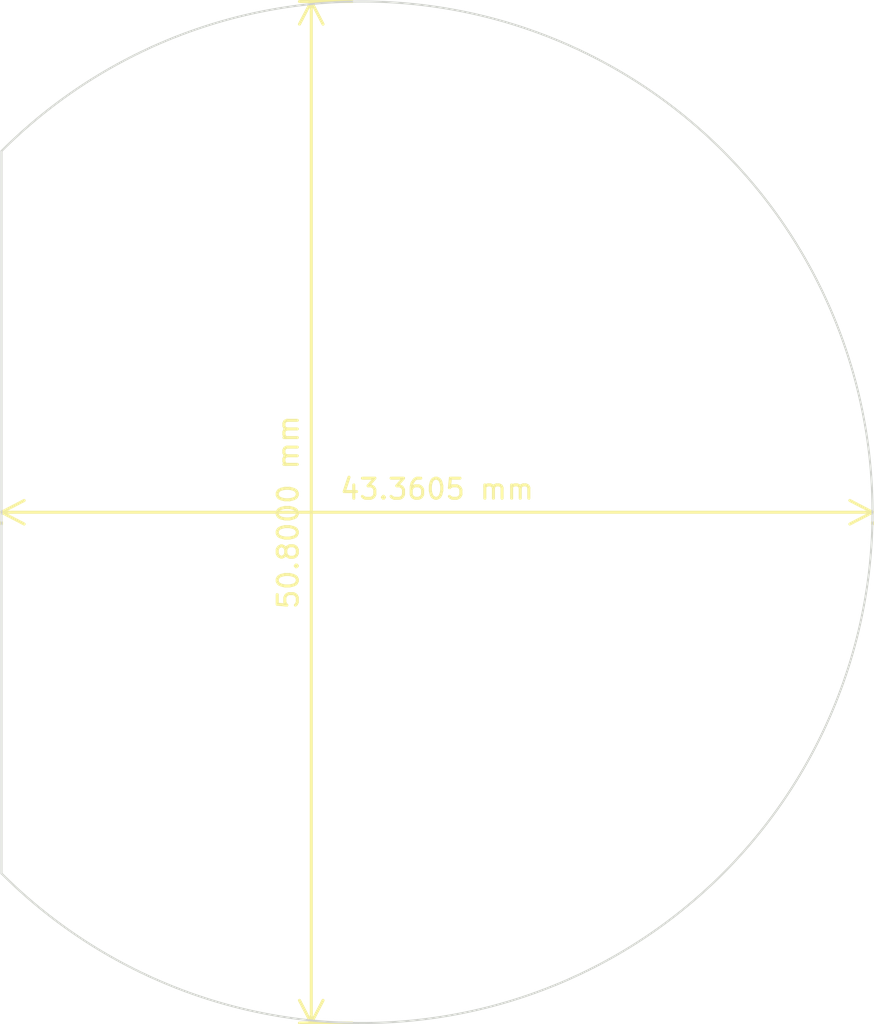
<source format=kicad_pcb>
(kicad_pcb
	(version 20240108)
	(generator "pcbnew")
	(generator_version "8.0")
	(general
		(thickness 1.6)
		(legacy_teardrops no)
	)
	(paper "A4")
	(layers
		(0 "F.Cu" signal)
		(31 "B.Cu" signal)
		(32 "B.Adhes" user "B.Adhesive")
		(33 "F.Adhes" user "F.Adhesive")
		(34 "B.Paste" user)
		(35 "F.Paste" user)
		(36 "B.SilkS" user "B.Silkscreen")
		(37 "F.SilkS" user "F.Silkscreen")
		(38 "B.Mask" user)
		(39 "F.Mask" user)
		(40 "Dwgs.User" user "User.Drawings")
		(41 "Cmts.User" user "User.Comments")
		(42 "Eco1.User" user "User.Eco1")
		(43 "Eco2.User" user "User.Eco2")
		(44 "Edge.Cuts" user)
		(45 "Margin" user)
		(46 "B.CrtYd" user "B.Courtyard")
		(47 "F.CrtYd" user "F.Courtyard")
		(48 "B.Fab" user)
		(49 "F.Fab" user)
		(50 "User.1" user)
		(51 "User.2" user)
		(52 "User.3" user)
		(53 "User.4" user)
		(54 "User.5" user)
		(55 "User.6" user)
		(56 "User.7" user)
		(57 "User.8" user)
		(58 "User.9" user)
	)
	(setup
		(pad_to_mask_clearance 0)
		(allow_soldermask_bridges_in_footprints no)
		(pcbplotparams
			(layerselection 0x00010fc_ffffffff)
			(plot_on_all_layers_selection 0x0000000_00000000)
			(disableapertmacros no)
			(usegerberextensions no)
			(usegerberattributes yes)
			(usegerberadvancedattributes yes)
			(creategerberjobfile yes)
			(dashed_line_dash_ratio 12.000000)
			(dashed_line_gap_ratio 3.000000)
			(svgprecision 4)
			(plotframeref no)
			(viasonmask no)
			(mode 1)
			(useauxorigin no)
			(hpglpennumber 1)
			(hpglpenspeed 20)
			(hpglpendiameter 15.000000)
			(pdf_front_fp_property_popups yes)
			(pdf_back_fp_property_popups yes)
			(dxfpolygonmode yes)
			(dxfimperialunits yes)
			(dxfusepcbnewfont yes)
			(psnegative no)
			(psa4output no)
			(plotreference yes)
			(plotvalue yes)
			(plotfptext yes)
			(plotinvisibletext no)
			(sketchpadsonfab no)
			(subtractmaskfromsilk no)
			(outputformat 1)
			(mirror no)
			(drillshape 1)
			(scaleselection 1)
			(outputdirectory "")
		)
	)
	(net 0 "")
	(gr_line
		(start 103.959488 63.319488)
		(end 103.959488 99.240512)
		(stroke
			(width 0.1)
			(type solid)
		)
		(layer "Edge.Cuts")
		(uuid "498bcf58-c0f4-4f51-ac0e-999b8e54226c")
	)
	(gr_arc
		(start 103.959488 63.319488)
		(mid 147.32 81.28)
		(end 103.959488 99.240512)
		(stroke
			(width 0.1)
			(type solid)
		)
		(layer "Edge.Cuts")
		(uuid "df935f53-1036-46e2-9596-c6c2167c87ce")
	)
	(dimension
		(type aligned)
		(layer "F.SilkS")
		(uuid "1775f529-4272-4e04-a557-792fa222d368")
		(pts
			(xy 147.32 81.28) (xy 103.959488 81.28)
		)
		(height 0)
		(gr_text "43.3605 mm"
			(at 125.639744 80.13 0)
			(layer "F.SilkS")
			(uuid "1775f529-4272-4e04-a557-792fa222d368")
			(effects
				(font
					(size 1 1)
					(thickness 0.15)
				)
			)
		)
		(format
			(prefix "")
			(suffix "")
			(units 3)
			(units_format 1)
			(precision 4)
		)
		(style
			(thickness 0.15)
			(arrow_length 1.27)
			(text_position_mode 0)
			(extension_height 0.58642)
			(extension_offset 0.5) keep_text_aligned)
	)
	(dimension
		(type aligned)
		(layer "F.SilkS")
		(uuid "ae907298-8357-4677-baaa-724f43a0b6a5")
		(pts
			(xy 121.92 55.88) (xy 121.92 106.68)
		)
		(height 2.539999)
		(gr_text "50.8000 mm"
			(at 118.230001 81.28 90)
			(layer "F.SilkS")
			(uuid "ae907298-8357-4677-baaa-724f43a0b6a5")
			(effects
				(font
					(size 1 1)
					(thickness 0.15)
				)
			)
		)
		(format
			(prefix "")
			(suffix "")
			(units 3)
			(units_format 1)
			(precision 4)
		)
		(style
			(thickness 0.15)
			(arrow_length 1.27)
			(text_position_mode 0)
			(extension_height 0.58642)
			(extension_offset 0.5) keep_text_aligned)
	)
)

</source>
